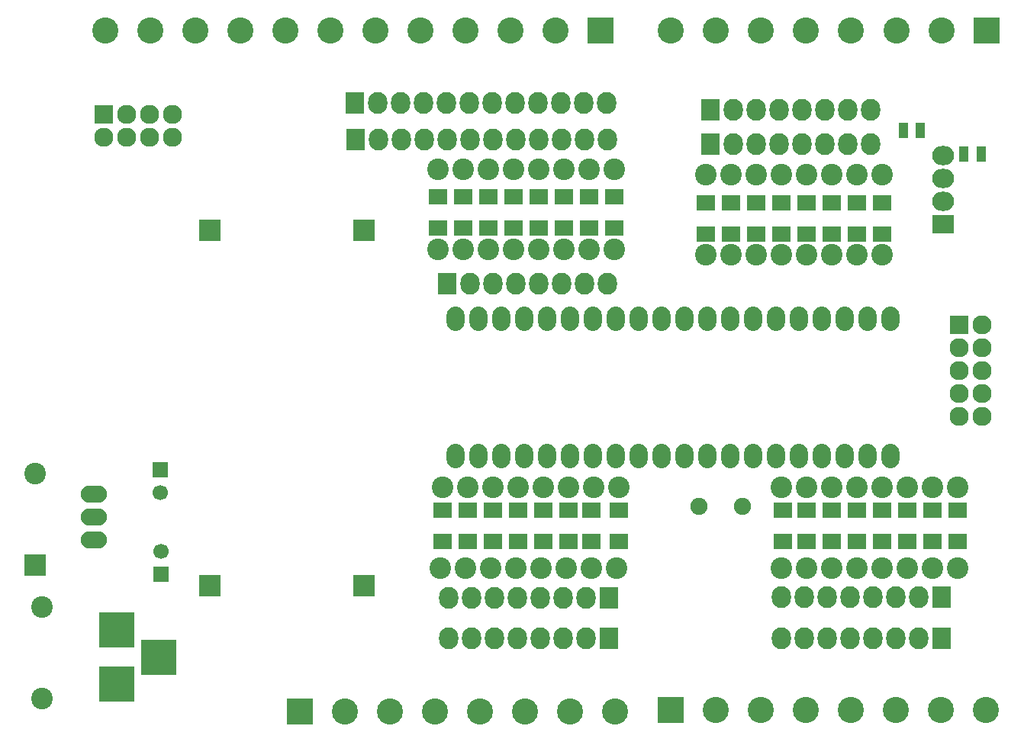
<source format=gbr>
G04 #@! TF.FileFunction,Soldermask,Bot*
%FSLAX46Y46*%
G04 Gerber Fmt 4.6, Leading zero omitted, Abs format (unit mm)*
G04 Created by KiCad (PCBNEW 201611211049+7371~55~ubuntu16.10.1-product) date Tue Dec 27 15:06:12 2016*
%MOMM*%
%LPD*%
G01*
G04 APERTURE LIST*
%ADD10C,0.100000*%
%ADD11R,1.700000X1.700000*%
%ADD12C,1.700000*%
%ADD13R,3.900120X3.900120*%
%ADD14R,2.127200X2.127200*%
%ADD15O,2.127200X2.127200*%
%ADD16C,2.398980*%
%ADD17R,2.398980X2.398980*%
%ADD18R,2.099260X1.700480*%
%ADD19O,2.000000X2.700000*%
%ADD20O,2.899360X1.901140*%
%ADD21C,1.901140*%
%ADD22C,2.900000*%
%ADD23R,2.900000X2.900000*%
%ADD24R,2.127200X2.432000*%
%ADD25O,2.127200X2.432000*%
%ADD26R,2.432000X2.127200*%
%ADD27O,2.432000X2.127200*%
%ADD28R,1.100000X1.700000*%
G04 APERTURE END LIST*
D10*
D11*
X109474000Y-105156000D03*
D12*
X109474000Y-102656000D03*
D11*
X109347000Y-93599000D03*
D12*
X109347000Y-96099000D03*
D13*
X104521000Y-111401860D03*
X104521000Y-117401340D03*
X109220000Y-114401600D03*
D14*
X197993000Y-77470000D03*
D15*
X200533000Y-77470000D03*
X197993000Y-80010000D03*
X200533000Y-80010000D03*
X197993000Y-82550000D03*
X200533000Y-82550000D03*
X197993000Y-85090000D03*
X200533000Y-85090000D03*
X197993000Y-87630000D03*
X200533000Y-87630000D03*
D16*
X95501460Y-93980000D03*
D17*
X95501460Y-104140000D03*
D18*
X140208000Y-66774060D03*
X140208000Y-63273940D03*
X143002000Y-66774060D03*
X143002000Y-63273940D03*
X145796000Y-66774060D03*
X145796000Y-63273940D03*
X148590000Y-63273940D03*
X148590000Y-66774060D03*
X151384000Y-66774060D03*
X151384000Y-63273940D03*
X154178000Y-66774060D03*
X154178000Y-63273940D03*
X156972000Y-63273940D03*
X156972000Y-66774060D03*
X159766000Y-66774060D03*
X159766000Y-63273940D03*
X189484000Y-67409060D03*
X189484000Y-63908940D03*
X186690000Y-67409060D03*
X186690000Y-63908940D03*
X183896000Y-67409060D03*
X183896000Y-63908940D03*
X181102000Y-67409060D03*
X181102000Y-63908940D03*
X178308000Y-67409060D03*
X178308000Y-63908940D03*
X175514000Y-67409060D03*
X175514000Y-63908940D03*
X172720000Y-67409060D03*
X172720000Y-63908940D03*
X169926000Y-67409060D03*
X169926000Y-63908940D03*
X140716000Y-98071940D03*
X140716000Y-101572060D03*
X143510000Y-98071940D03*
X143510000Y-101572060D03*
X146304000Y-98071940D03*
X146304000Y-101572060D03*
X149098000Y-98071940D03*
X149098000Y-101572060D03*
X151892000Y-98071940D03*
X151892000Y-101572060D03*
X154686000Y-98071940D03*
X154686000Y-101572060D03*
X157226000Y-98071940D03*
X157226000Y-101572060D03*
X160274000Y-98071940D03*
X160274000Y-101572060D03*
X178435000Y-98071940D03*
X178435000Y-101572060D03*
X181102000Y-98071940D03*
X181102000Y-101572060D03*
X183896000Y-98071940D03*
X183896000Y-101572060D03*
X186690000Y-98071940D03*
X186690000Y-101572060D03*
X189484000Y-98071940D03*
X189484000Y-101572060D03*
X192278000Y-98071940D03*
X192278000Y-101572060D03*
X195072000Y-98071940D03*
X195072000Y-101572060D03*
X197866000Y-98071940D03*
X197866000Y-101572060D03*
D16*
X96266000Y-118999000D03*
X96266000Y-108839000D03*
D19*
X142113000Y-92075000D03*
X144653000Y-92075000D03*
X147193000Y-92075000D03*
X149733000Y-92075000D03*
X152273000Y-92075000D03*
X154813000Y-92075000D03*
X157353000Y-92075000D03*
X159893000Y-92075000D03*
X162433000Y-92075000D03*
X164973000Y-92075000D03*
X167513000Y-92075000D03*
X170053000Y-92075000D03*
X172593000Y-92075000D03*
X175133000Y-92075000D03*
X177673000Y-92075000D03*
X180213000Y-92075000D03*
X182753000Y-92075000D03*
X185293000Y-92075000D03*
X187833000Y-92075000D03*
X190373000Y-92075000D03*
X190373000Y-76835000D03*
X187833000Y-76835000D03*
X185293000Y-76835000D03*
X182753000Y-76835000D03*
X180213000Y-76835000D03*
X177673000Y-76835000D03*
X175133000Y-76835000D03*
X172593000Y-76835000D03*
X170053000Y-76835000D03*
X167513000Y-76835000D03*
X164973000Y-76835000D03*
X162433000Y-76835000D03*
X159893000Y-76835000D03*
X157353000Y-76835000D03*
X154813000Y-76835000D03*
X152273000Y-76835000D03*
X149733000Y-76835000D03*
X147193000Y-76835000D03*
X144653000Y-76835000D03*
X142113000Y-76835000D03*
D17*
X114919000Y-106489500D03*
X131969000Y-106489500D03*
X114871500Y-66992500D03*
X132016500Y-66992500D03*
D20*
X101981000Y-98806000D03*
X101981000Y-101346000D03*
X101981000Y-96266000D03*
D21*
X169136060Y-97663000D03*
X174017940Y-97663000D03*
D14*
X103124000Y-54102000D03*
D15*
X103124000Y-56642000D03*
X105664000Y-54102000D03*
X105664000Y-56642000D03*
X108204000Y-54102000D03*
X108204000Y-56642000D03*
X110744000Y-54102000D03*
X110744000Y-56642000D03*
D16*
X140208000Y-69088000D03*
X143002000Y-69088000D03*
X140716000Y-95504000D03*
X189484000Y-69723000D03*
X145796000Y-69088000D03*
X143510000Y-95504000D03*
X186690000Y-69723000D03*
X178308000Y-95504000D03*
X148590000Y-69088000D03*
X146304000Y-95504000D03*
X183896000Y-69723000D03*
X181102000Y-95504000D03*
X151384000Y-69088000D03*
X149098000Y-95504000D03*
X181102000Y-69723000D03*
X183896000Y-95504000D03*
X154178000Y-69088000D03*
X151892000Y-95504000D03*
X178308000Y-69723000D03*
X186690000Y-95504000D03*
X156972000Y-69088000D03*
X154686000Y-95504000D03*
X175514000Y-69723000D03*
X189484000Y-95504000D03*
X159766000Y-69088000D03*
X157480000Y-95504000D03*
X172720000Y-69723000D03*
X192278000Y-95504000D03*
X160274000Y-95504000D03*
X169926000Y-69723000D03*
X195072000Y-95504000D03*
X197866000Y-95504000D03*
X140208000Y-60198000D03*
X140462000Y-104521000D03*
X189484000Y-60833000D03*
X178308000Y-104521000D03*
X143002000Y-60198000D03*
X143256000Y-104521000D03*
X186690000Y-60833000D03*
X181102000Y-104521000D03*
X145796000Y-60198000D03*
X146050000Y-104521000D03*
X183896000Y-60833000D03*
X183896000Y-104521000D03*
X148590000Y-60198000D03*
X148844000Y-104521000D03*
X181102000Y-60833000D03*
X186690000Y-104521000D03*
X151384000Y-60198000D03*
X151638000Y-104521000D03*
X178308000Y-60833000D03*
X189484000Y-104521000D03*
X154178000Y-60198000D03*
X154432000Y-104521000D03*
X175514000Y-60833000D03*
X192278000Y-104521000D03*
X156972000Y-60198000D03*
X157226000Y-104521000D03*
X172720000Y-60833000D03*
X195072000Y-104521000D03*
X159766000Y-60198000D03*
X160020000Y-104521000D03*
X169926000Y-60833000D03*
X197866000Y-104521000D03*
D22*
X196041000Y-44831000D03*
D23*
X201041000Y-44831000D03*
D22*
X191041000Y-44831000D03*
X186041000Y-44831000D03*
X181041000Y-44831000D03*
X176041000Y-44831000D03*
X171041000Y-44831000D03*
X166041000Y-44831000D03*
X200989000Y-120269000D03*
X195989000Y-120269000D03*
X190989000Y-120269000D03*
X185989000Y-120269000D03*
X180989000Y-120269000D03*
X175989000Y-120269000D03*
D23*
X165989000Y-120269000D03*
D22*
X170989000Y-120269000D03*
X103242000Y-44831000D03*
X108242000Y-44831000D03*
X113242000Y-44831000D03*
X118242000Y-44831000D03*
X123242000Y-44831000D03*
X128242000Y-44831000D03*
X133242000Y-44831000D03*
X138242000Y-44831000D03*
X143242000Y-44831000D03*
X148242000Y-44831000D03*
D23*
X158242000Y-44831000D03*
D22*
X153242000Y-44831000D03*
X159841000Y-120396000D03*
X154841000Y-120396000D03*
X149841000Y-120396000D03*
X144841000Y-120396000D03*
X139841000Y-120396000D03*
X134841000Y-120396000D03*
D23*
X124841000Y-120396000D03*
D22*
X129841000Y-120396000D03*
D24*
X159131000Y-107823000D03*
D25*
X156591000Y-107823000D03*
X154051000Y-107823000D03*
X151511000Y-107823000D03*
X148971000Y-107823000D03*
X146431000Y-107823000D03*
X143891000Y-107823000D03*
X141351000Y-107823000D03*
D24*
X131064000Y-56896000D03*
D25*
X133604000Y-56896000D03*
X136144000Y-56896000D03*
X138684000Y-56896000D03*
X141224000Y-56896000D03*
X143764000Y-56896000D03*
X146304000Y-56896000D03*
X148844000Y-56896000D03*
X151384000Y-56896000D03*
X153924000Y-56896000D03*
X156464000Y-56896000D03*
X159004000Y-56896000D03*
X188214000Y-57404000D03*
X185674000Y-57404000D03*
X183134000Y-57404000D03*
X180594000Y-57404000D03*
X178054000Y-57404000D03*
X175514000Y-57404000D03*
X172974000Y-57404000D03*
D24*
X170434000Y-57404000D03*
X196088000Y-107696000D03*
D25*
X193548000Y-107696000D03*
X191008000Y-107696000D03*
X188468000Y-107696000D03*
X185928000Y-107696000D03*
X183388000Y-107696000D03*
X180848000Y-107696000D03*
X178308000Y-107696000D03*
D24*
X130937000Y-52832000D03*
D25*
X133477000Y-52832000D03*
X136017000Y-52832000D03*
X138557000Y-52832000D03*
X141097000Y-52832000D03*
X143637000Y-52832000D03*
X146177000Y-52832000D03*
X148717000Y-52832000D03*
X151257000Y-52832000D03*
X153797000Y-52832000D03*
X156337000Y-52832000D03*
X158877000Y-52832000D03*
D24*
X159131000Y-112268000D03*
D25*
X156591000Y-112268000D03*
X154051000Y-112268000D03*
X151511000Y-112268000D03*
X148971000Y-112268000D03*
X146431000Y-112268000D03*
X143891000Y-112268000D03*
X141351000Y-112268000D03*
X188214000Y-53594000D03*
X185674000Y-53594000D03*
X183134000Y-53594000D03*
X180594000Y-53594000D03*
X178054000Y-53594000D03*
X175514000Y-53594000D03*
X172974000Y-53594000D03*
D24*
X170434000Y-53594000D03*
X196088000Y-112268000D03*
D25*
X193548000Y-112268000D03*
X191008000Y-112268000D03*
X188468000Y-112268000D03*
X185928000Y-112268000D03*
X183388000Y-112268000D03*
X180848000Y-112268000D03*
X178308000Y-112268000D03*
D24*
X141224000Y-72898000D03*
D25*
X143764000Y-72898000D03*
X146304000Y-72898000D03*
X148844000Y-72898000D03*
X151384000Y-72898000D03*
X153924000Y-72898000D03*
X156464000Y-72898000D03*
X159004000Y-72898000D03*
D26*
X196215000Y-66294000D03*
D27*
X196215000Y-63754000D03*
X196215000Y-61214000D03*
X196215000Y-58674000D03*
D28*
X191836000Y-55880000D03*
X193736000Y-55880000D03*
X198567000Y-58547000D03*
X200467000Y-58547000D03*
M02*

</source>
